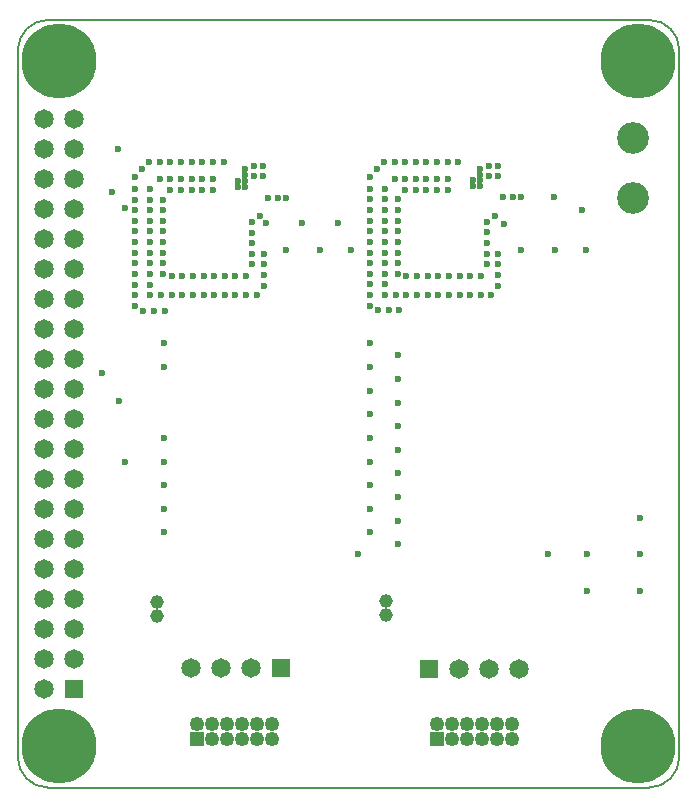
<source format=gbs>
G04*
G04 #@! TF.GenerationSoftware,Altium Limited,Altium Designer,20.0.9 (164)*
G04*
G04 Layer_Color=16711935*
%FSLAX25Y25*%
%MOIN*%
G70*
G01*
G75*
%ADD11C,0.00787*%
%ADD35C,0.10591*%
%ADD36C,0.04921*%
%ADD37R,0.04921X0.04921*%
%ADD38C,0.06496*%
%ADD39R,0.06496X0.06496*%
%ADD40R,0.06496X0.06496*%
%ADD41C,0.02362*%
%ADD42C,0.04528*%
%ADD43C,0.25000*%
D11*
X438747Y212598D02*
G03*
X448819Y222670I0J10072D01*
G01*
X228346Y222671D02*
G03*
X238419Y212598I10072J0D01*
G01*
X238419Y468504D02*
G03*
X228346Y458432I0J-10072D01*
G01*
X448819Y458507D02*
G03*
X438822Y468504I-9997J0D01*
G01*
X238419Y212598D02*
X438747D01*
X448819Y222670D02*
X448819Y458507D01*
X228346Y222671D02*
X228346Y458432D01*
X238419Y468504D02*
X438822Y468504D01*
D35*
X433465Y429055D02*
D03*
Y409055D02*
D03*
D36*
X392953Y233740D02*
D03*
Y228740D02*
D03*
X387953Y233740D02*
D03*
Y228740D02*
D03*
X382953Y233740D02*
D03*
Y228740D02*
D03*
X377953Y233740D02*
D03*
Y228740D02*
D03*
X372953Y233740D02*
D03*
Y228740D02*
D03*
X367953Y233740D02*
D03*
X313150D02*
D03*
Y228740D02*
D03*
X308150Y233740D02*
D03*
Y228740D02*
D03*
X303150Y233740D02*
D03*
Y228740D02*
D03*
X298150Y233740D02*
D03*
Y228740D02*
D03*
X293150Y233740D02*
D03*
Y228740D02*
D03*
X288150Y233740D02*
D03*
D37*
X367953Y228740D02*
D03*
X288150D02*
D03*
D38*
X237126Y435551D02*
D03*
X247126D02*
D03*
X237126Y425551D02*
D03*
X247126D02*
D03*
X237126Y415551D02*
D03*
X247126D02*
D03*
X237126Y405551D02*
D03*
X247126D02*
D03*
X237126Y395551D02*
D03*
X247126D02*
D03*
X237126Y385551D02*
D03*
X247126D02*
D03*
X237126Y375551D02*
D03*
X247126D02*
D03*
X237126Y365551D02*
D03*
X247126D02*
D03*
X237126Y355551D02*
D03*
X247126D02*
D03*
X237126Y345551D02*
D03*
X247126D02*
D03*
X237126Y335551D02*
D03*
X247126D02*
D03*
X237126Y325551D02*
D03*
X247126D02*
D03*
X237126Y315551D02*
D03*
X247126D02*
D03*
X237126Y305551D02*
D03*
X247126D02*
D03*
X237126Y295551D02*
D03*
X247126D02*
D03*
X237126Y285551D02*
D03*
X247126D02*
D03*
X237126Y275551D02*
D03*
X247126D02*
D03*
X237126Y265551D02*
D03*
X247126D02*
D03*
X237126Y255551D02*
D03*
X247126D02*
D03*
X237126Y245551D02*
D03*
X395276Y251969D02*
D03*
X385276D02*
D03*
X375276D02*
D03*
X286063Y252362D02*
D03*
X296063D02*
D03*
X306063D02*
D03*
D39*
X247126Y245551D02*
D03*
D40*
X365276Y251969D02*
D03*
X316063Y252362D02*
D03*
D41*
X388583Y416535D02*
D03*
X385433Y419685D02*
D03*
Y416535D02*
D03*
X388583Y419685D02*
D03*
X418110Y277953D02*
D03*
X405118Y290551D02*
D03*
X277165Y360630D02*
D03*
Y352756D02*
D03*
Y321260D02*
D03*
Y329134D02*
D03*
Y305512D02*
D03*
Y313386D02*
D03*
Y297638D02*
D03*
X345669Y297638D02*
D03*
X355118Y293701D02*
D03*
X345669Y313386D02*
D03*
X355118Y309449D02*
D03*
Y301575D02*
D03*
X345669Y305512D02*
D03*
Y329134D02*
D03*
X355118Y325197D02*
D03*
Y317323D02*
D03*
X345669Y321260D02*
D03*
Y344882D02*
D03*
X355118Y340945D02*
D03*
Y333071D02*
D03*
X345669Y337008D02*
D03*
Y352756D02*
D03*
X355118Y348819D02*
D03*
Y356693D02*
D03*
X345669Y360630D02*
D03*
X416535Y405118D02*
D03*
X407087Y409449D02*
D03*
X417717Y391732D02*
D03*
X407480D02*
D03*
X396063D02*
D03*
X390551Y400394D02*
D03*
X264173Y321260D02*
D03*
X262205Y341339D02*
D03*
X256299Y350787D02*
D03*
X264173Y405905D02*
D03*
X261811Y425591D02*
D03*
X259842Y411024D02*
D03*
X310236Y416535D02*
D03*
X307087D02*
D03*
Y419685D02*
D03*
X310236D02*
D03*
X339370Y391732D02*
D03*
X329134D02*
D03*
X317717D02*
D03*
X335039Y400787D02*
D03*
X323228D02*
D03*
X311024D02*
D03*
X341732Y290551D02*
D03*
X418110Y290551D02*
D03*
X435827Y302362D02*
D03*
Y277953D02*
D03*
Y290551D02*
D03*
X304034Y418848D02*
D03*
Y416879D02*
D03*
Y414911D02*
D03*
Y412942D02*
D03*
X301672D02*
D03*
Y414911D02*
D03*
X293307Y411811D02*
D03*
X293404Y415305D02*
D03*
X289861D02*
D03*
X286317D02*
D03*
X282774D02*
D03*
X279231D02*
D03*
X275687D02*
D03*
X272538Y412155D02*
D03*
Y408612D02*
D03*
Y405068D02*
D03*
Y401525D02*
D03*
Y397982D02*
D03*
Y394438D02*
D03*
Y390895D02*
D03*
Y387352D02*
D03*
Y383808D02*
D03*
Y380265D02*
D03*
Y376722D02*
D03*
X276081D02*
D03*
X279624D02*
D03*
X283168D02*
D03*
X286711D02*
D03*
X290254D02*
D03*
X293797D02*
D03*
X297341D02*
D03*
X300884D02*
D03*
X304427D02*
D03*
X307971D02*
D03*
X310333Y379872D02*
D03*
Y383415D02*
D03*
Y386958D02*
D03*
Y390501D02*
D03*
X289861Y411761D02*
D03*
X286317D02*
D03*
X282774D02*
D03*
X279231D02*
D03*
X276868Y408612D02*
D03*
Y405068D02*
D03*
Y401525D02*
D03*
Y397982D02*
D03*
Y394438D02*
D03*
Y390895D02*
D03*
Y387352D02*
D03*
Y383808D02*
D03*
X279624Y383021D02*
D03*
X283168D02*
D03*
X286711D02*
D03*
X290254D02*
D03*
X293797D02*
D03*
X297341D02*
D03*
X300884D02*
D03*
X304427D02*
D03*
X306396Y386958D02*
D03*
Y390501D02*
D03*
Y394045D02*
D03*
Y397588D02*
D03*
Y401131D02*
D03*
X286317Y421210D02*
D03*
X282774D02*
D03*
X279231D02*
D03*
X275687D02*
D03*
X272144D02*
D03*
X267420Y412155D02*
D03*
Y408612D02*
D03*
Y405068D02*
D03*
Y401525D02*
D03*
Y397982D02*
D03*
Y394438D02*
D03*
Y390895D02*
D03*
Y387352D02*
D03*
Y383808D02*
D03*
Y380265D02*
D03*
Y376722D02*
D03*
Y373179D02*
D03*
X270176Y371604D02*
D03*
X273719D02*
D03*
X277262D02*
D03*
X267420Y416092D02*
D03*
X269782Y418848D02*
D03*
X289861Y421210D02*
D03*
X293404D02*
D03*
X296947D02*
D03*
X309152Y403100D02*
D03*
X311811Y409166D02*
D03*
X314961D02*
D03*
X317717D02*
D03*
X390158Y409449D02*
D03*
X387402Y403150D02*
D03*
X393307Y409449D02*
D03*
X396063D02*
D03*
X375197Y421260D02*
D03*
X371654D02*
D03*
X368110D02*
D03*
X348031Y418898D02*
D03*
X345669Y416142D02*
D03*
X355512Y371654D02*
D03*
X351969D02*
D03*
X348425D02*
D03*
X345669Y373228D02*
D03*
Y376772D02*
D03*
Y380315D02*
D03*
Y383858D02*
D03*
Y387402D02*
D03*
Y390945D02*
D03*
Y394488D02*
D03*
Y398031D02*
D03*
Y401575D02*
D03*
Y405118D02*
D03*
Y408661D02*
D03*
Y412205D02*
D03*
X350394Y421260D02*
D03*
X353937D02*
D03*
X357480D02*
D03*
X361024D02*
D03*
X364567D02*
D03*
X384646Y401181D02*
D03*
Y397638D02*
D03*
Y394094D02*
D03*
Y390551D02*
D03*
Y387008D02*
D03*
X382677Y383071D02*
D03*
X379134D02*
D03*
X375591D02*
D03*
X372047D02*
D03*
X368504D02*
D03*
X364961D02*
D03*
X361417D02*
D03*
X357874D02*
D03*
X355118Y383858D02*
D03*
Y387402D02*
D03*
Y390945D02*
D03*
Y394488D02*
D03*
Y398031D02*
D03*
Y401575D02*
D03*
Y405118D02*
D03*
Y408661D02*
D03*
X357480Y411811D02*
D03*
X361024D02*
D03*
X364567D02*
D03*
X368110D02*
D03*
X388583Y390551D02*
D03*
Y387008D02*
D03*
Y383465D02*
D03*
Y379921D02*
D03*
X386221Y376772D02*
D03*
X382677D02*
D03*
X379134D02*
D03*
X375591D02*
D03*
X372047D02*
D03*
X368504D02*
D03*
X364961D02*
D03*
X361417D02*
D03*
X357874D02*
D03*
X354331D02*
D03*
X350787D02*
D03*
Y380315D02*
D03*
Y383858D02*
D03*
Y387402D02*
D03*
Y390945D02*
D03*
Y394488D02*
D03*
Y398031D02*
D03*
Y401575D02*
D03*
Y405118D02*
D03*
Y408661D02*
D03*
Y412205D02*
D03*
X353937Y415354D02*
D03*
X357480D02*
D03*
X361024D02*
D03*
X364567D02*
D03*
X368110D02*
D03*
X371654D02*
D03*
Y411811D02*
D03*
X379921Y414961D02*
D03*
Y412992D02*
D03*
X382283D02*
D03*
Y414961D02*
D03*
Y416929D02*
D03*
Y418898D02*
D03*
D42*
X351195Y270252D02*
D03*
X351181Y274803D02*
D03*
X274803Y274410D02*
D03*
Y269685D02*
D03*
D43*
X242126Y454724D02*
D03*
X435039D02*
D03*
Y226378D02*
D03*
X242126D02*
D03*
M02*

</source>
